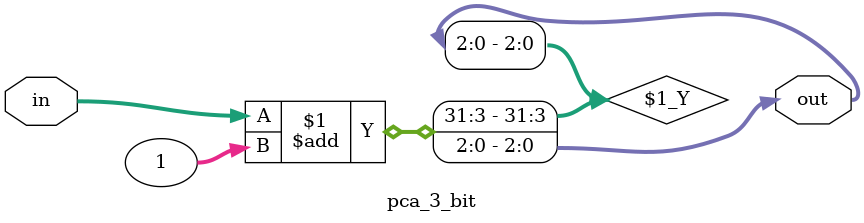
<source format=v>
module pca_3_bit(
    input wire [2:0] in,
    output wire [2:0] out
);
    assign out = in + 1;
endmodule
</source>
